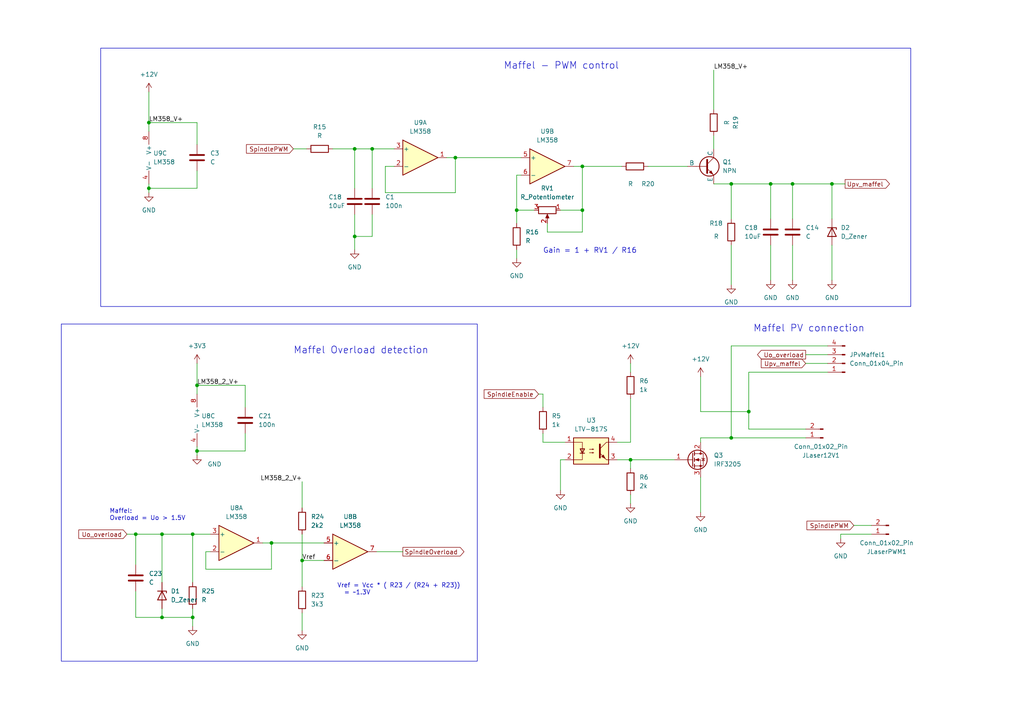
<source format=kicad_sch>
(kicad_sch (version 20230121) (generator eeschema)
  (paper "A4")
  (title_block (title "PWM Motor control"))
  (lib_symbols
    (symbol "Amplifier_Operational:LM358" (pin_names (offset 0.127))
      (property "Reference" "U" (at 0 5.08 0))
      (property "Value" "LM358" (at 0 -5.08 0))
      (symbol "LM358_1_1"
        (polyline (pts (xy -5.08 5.08) (xy 5.08 0) (xy -5.08 -5.08) (xy -5.08 5.08)) (stroke (width 0.254)) (fill (type background)))
        (pin output line (at 7.62 0 180) (length 2.54) (name "~") (number "1"))
        (pin input line (at -7.62 -2.54 0) (length 2.54) (name "-") (number "2"))
        (pin input line (at -7.62 2.54 0) (length 2.54) (name "+") (number "3"))
      )
      (symbol "LM358_2_1"
        (polyline (pts (xy -5.08 5.08) (xy 5.08 0) (xy -5.08 -5.08) (xy -5.08 5.08)) (stroke (width 0.254)) (fill (type background)))
        (pin input line (at -7.62 2.54 0) (length 2.54) (name "+") (number "5"))
        (pin input line (at -7.62 -2.54 0) (length 2.54) (name "-") (number "6"))
        (pin output line (at 7.62 0 180) (length 2.54) (name "~") (number "7"))
      )
      (symbol "LM358_3_1"
        (pin power_in line (at -2.54 -7.62 90) (length 3.81) (name "V-") (number "4"))
        (pin power_in line (at -2.54 7.62 270) (length 3.81) (name "V+") (number "8"))
      )
    )
    (symbol "Connector:Conn_01x02_Pin" (pin_names (offset 1.016) hide)
      (property "Reference" "J" (at 0 2.54 0))
      (property "Value" "Conn_01x02_Pin" (at 0 -5.08 0))
      (symbol "Conn_01x02_Pin_1_1"
        (polyline (pts (xy 1.27 -2.54) (xy 0.8636 -2.54)) (stroke (width 0.1524)))
        (polyline (pts (xy 1.27 0) (xy 0.8636 0)) (stroke (width 0.1524)))
        (rectangle (start 0.8636 -2.413) (end 0 -2.667) (stroke (width 0.1524)) (fill (type outline)))
        (rectangle (start 0.8636 0.127) (end 0 -0.127) (stroke (width 0.1524)) (fill (type outline)))
        (pin passive line (at 5.08 0 180) (length 3.81) (name "Pin_1") (number "1"))
        (pin passive line (at 5.08 -2.54 180) (length 3.81) (name "Pin_2") (number "2"))
      )
    )
    (symbol "Connector:Conn_01x04_Pin" (pin_names (offset 1.016) hide)
      (property "Reference" "J" (at 0 5.08 0))
      (property "Value" "Conn_01x04_Pin" (at 0 -7.62 0))
      (symbol "Conn_01x04_Pin_1_1"
        (polyline (pts (xy 1.27 -5.08) (xy 0.8636 -5.08)) (stroke (width 0.1524)))
        (polyline (pts (xy 1.27 -2.54) (xy 0.8636 -2.54)) (stroke (width 0.1524)))
        (polyline (pts (xy 1.27 0) (xy 0.8636 0)) (stroke (width 0.1524)))
        (polyline (pts (xy 1.27 2.54) (xy 0.8636 2.54)) (stroke (width 0.1524)))
        (rectangle (start 0.8636 -4.953) (end 0 -5.207) (stroke (width 0.1524)) (fill (type outline)))
        (rectangle (start 0.8636 -2.413) (end 0 -2.667) (stroke (width 0.1524)) (fill (type outline)))
        (rectangle (start 0.8636 0.127) (end 0 -0.127) (stroke (width 0.1524)) (fill (type outline)))
        (rectangle (start 0.8636 2.667) (end 0 2.413) (stroke (width 0.1524)) (fill (type outline)))
        (pin passive line (at 5.08 2.54 180) (length 3.81) (name "Pin_1") (number "1"))
        (pin passive line (at 5.08 0 180) (length 3.81) (name "Pin_2") (number "2"))
        (pin passive line (at 5.08 -2.54 180) (length 3.81) (name "Pin_3") (number "3"))
        (pin passive line (at 5.08 -5.08 180) (length 3.81) (name "Pin_4") (number "4"))
      )
    )
    (symbol "Device:C" (pin_numbers hide) (pin_names (offset 0.254))
      (property "Reference" "C" (at 0.635 2.54 0))
      (property "Value" "C" (at 0.635 -2.54 0))
      (symbol "C_0_1"
        (polyline (pts (xy -2.032 -0.762) (xy 2.032 -0.762)) (stroke (width 0.508)))
        (polyline (pts (xy -2.032 0.762) (xy 2.032 0.762)) (stroke (width 0.508)))
      )
      (symbol "C_1_1"
        (pin passive line (at 0 3.81 270) (length 2.794) (name "~") (number "1"))
        (pin passive line (at 0 -3.81 90) (length 2.794) (name "~") (number "2"))
      )
    )
    (symbol "Device:D_Zener" (pin_numbers hide) (pin_names (offset 1.016) hide)
      (property "Reference" "D" (at 0 2.54 0))
      (property "Value" "D_Zener" (at 0 -2.54 0))
      (symbol "D_Zener_0_1"
        (polyline (pts (xy 1.27 0) (xy -1.27 0)))
        (polyline (pts (xy -1.27 -1.27) (xy -1.27 1.27) (xy -0.762 1.27)) (stroke (width 0.254)))
        (polyline (pts (xy 1.27 -1.27) (xy 1.27 1.27) (xy -1.27 0) (xy 1.27 -1.27)) (stroke (width 0.254)))
      )
      (symbol "D_Zener_1_1"
        (pin passive line (at -3.81 0 0) (length 2.54) (name "K") (number "1"))
        (pin passive line (at 3.81 0 180) (length 2.54) (name "A") (number "2"))
      )
    )
    (symbol "Device:R" (pin_numbers hide) (pin_names (offset 0))
      (property "Reference" "R" (at 2.032 0 90))
      (property "Value" "R" (at 0 0 90))
      (symbol "R_0_1"
        (rectangle (start -1.016 -2.54) (end 1.016 2.54) (stroke (width 0.254)))
      )
      (symbol "R_1_1"
        (pin passive line (at 0 3.81 270) (length 1.27) (name "~") (number "1"))
        (pin passive line (at 0 -3.81 90) (length 1.27) (name "~") (number "2"))
      )
    )
    (symbol "Device:R_Potentiometer" (pin_names (offset 1.016) hide)
      (property "Reference" "RV" (at -4.445 0 90))
      (property "Value" "R_Potentiometer" (at -2.54 0 90))
      (symbol "R_Potentiometer_0_1"
        (polyline (pts (xy 2.54 0) (xy 1.524 0)))
        (polyline (pts (xy 1.143 0) (xy 2.286 0.508) (xy 2.286 -0.508) (xy 1.143 0)) (fill (type outline)))
        (rectangle (start 1.016 2.54) (end -1.016 -2.54) (stroke (width 0.254)))
      )
      (symbol "R_Potentiometer_1_1"
        (pin passive line (at 0 3.81 270) (length 1.27) (name "1") (number "1"))
        (pin passive line (at 3.81 0 180) (length 1.27) (name "2") (number "2"))
        (pin passive line (at 0 -3.81 90) (length 1.27) (name "3") (number "3"))
      )
    )
    (symbol "Isolator:LTV-817S" (pin_names (offset 1.016))
      (property "Reference" "U" (at -3.81 5.08 0))
      (property "Value" "LTV-817S" (at 0 -5.08 0))
      (symbol "LTV-817S_1_1"
        (rectangle (start -5.08 3.81) (end 5.08 -3.81) (stroke (width 0.254)) (fill (type background)))
        (polyline (pts (xy -3.175 -0.635) (xy -1.905 -0.635)) (stroke (width 0.254)))
        (polyline (pts (xy 2.54 0.635) (xy 4.445 2.54)))
        (polyline (pts (xy 4.445 -2.54) (xy 2.54 -0.635)) (fill (type outline)))
        (polyline (pts (xy 4.445 -2.54) (xy 5.08 -2.54)))
        (polyline (pts (xy 4.445 2.54) (xy 5.08 2.54)))
        (polyline (pts (xy -5.08 2.54) (xy -2.54 2.54) (xy -2.54 -0.762)))
        (polyline (pts (xy -2.54 -0.635) (xy -2.54 -2.54) (xy -5.08 -2.54)))
        (polyline (pts (xy 2.54 1.905) (xy 2.54 -1.905) (xy 2.54 -1.905)) (stroke (width 0.508)))
        (polyline (pts (xy -2.54 -0.635) (xy -3.175 0.635) (xy -1.905 0.635) (xy -2.54 -0.635)) (stroke (width 0.254)))
        (polyline (pts (xy -0.508 -0.508) (xy 0.762 -0.508) (xy 0.381 -0.635) (xy 0.381 -0.381) (xy 0.762 -0.508)))
        (polyline (pts (xy -0.508 0.508) (xy 0.762 0.508) (xy 0.381 0.381) (xy 0.381 0.635) (xy 0.762 0.508)))
        (polyline (pts (xy 3.048 -1.651) (xy 3.556 -1.143) (xy 4.064 -2.159) (xy 3.048 -1.651) (xy 3.048 -1.651)) (fill (type outline)))
        (pin passive line (at -7.62 2.54 0) (length 2.54) (name "~") (number "1"))
        (pin passive line (at -7.62 -2.54 0) (length 2.54) (name "~") (number "2"))
        (pin passive line (at 7.62 -2.54 180) (length 2.54) (name "~") (number "3"))
        (pin passive line (at 7.62 2.54 180) (length 2.54) (name "~") (number "4"))
      )
    )
    (symbol "Simulation_SPICE:NPN" (pin_numbers hide) (pin_names (offset 0))
      (property "Reference" "Q" (at -2.54 7.62 0))
      (property "Value" "NPN" (at -2.54 5.08 0))
      (symbol "NPN_0_1"
        (polyline (pts (xy -2.54 0) (xy 0.635 0)) (stroke (width 0.1524)))
        (polyline (pts (xy 0.635 0.635) (xy 2.54 2.54)))
        (polyline (pts (xy 2.794 -1.27) (xy 2.794 -1.27)) (stroke (width 0.1524)))
        (polyline (pts (xy 2.794 -1.27) (xy 2.794 -1.27)) (stroke (width 0.1524)))
        (polyline (pts (xy 0.635 -0.635) (xy 2.54 -2.54) (xy 2.54 -2.54)))
        (polyline (pts (xy 0.635 1.905) (xy 0.635 -1.905) (xy 0.635 -1.905)) (stroke (width 0.508)))
        (polyline (pts (xy 1.27 -1.778) (xy 1.778 -1.27) (xy 2.286 -2.286) (xy 1.27 -1.778) (xy 1.27 -1.778)) (fill (type outline)))
        (circle (center 1.27 0) (radius 2.8194) (stroke (width 0.254)))
      )
      (symbol "NPN_1_1"
        (pin open_collector line (at 2.54 5.08 270) (length 2.54) (name "C") (number "1"))
        (pin input line (at -5.08 0 0) (length 2.54) (name "B") (number "2"))
        (pin open_emitter line (at 2.54 -5.08 90) (length 2.54) (name "E") (number "3"))
      )
    )
    (symbol "Transistor_FET:IRF3205" (pin_names hide)
      (property "Reference" "Q" (at 6.35 1.905 0))
      (property "Value" "IRF3205" (at 6.35 0 0))
      (symbol "IRF3205_0_1"
        (polyline (pts (xy 0.254 0) (xy -2.54 0)))
        (polyline (pts (xy 0.254 1.905) (xy 0.254 -1.905)) (stroke (width 0.254)))
        (polyline (pts (xy 0.762 -1.27) (xy 0.762 -2.286)) (stroke (width 0.254)))
        (polyline (pts (xy 0.762 0.508) (xy 0.762 -0.508)) (stroke (width 0.254)))
        (polyline (pts (xy 0.762 2.286) (xy 0.762 1.27)) (stroke (width 0.254)))
        (polyline (pts (xy 2.54 2.54) (xy 2.54 1.778)))
        (polyline (pts (xy 2.54 -2.54) (xy 2.54 0) (xy 0.762 0)))
        (polyline (pts (xy 0.762 -1.778) (xy 3.302 -1.778) (xy 3.302 1.778) (xy 0.762 1.778)))
        (polyline (pts (xy 1.016 0) (xy 2.032 0.381) (xy 2.032 -0.381) (xy 1.016 0)) (fill (type outline)))
        (polyline (pts (xy 2.794 0.508) (xy 2.921 0.381) (xy 3.683 0.381) (xy 3.81 0.254)))
        (polyline (pts (xy 3.302 0.381) (xy 2.921 -0.254) (xy 3.683 -0.254) (xy 3.302 0.381)))
        (circle (center 1.651 0) (radius 2.794) (stroke (width 0.254)))
        (circle (center 2.54 -1.778) (radius 0.254) (fill (type outline)))
        (circle (center 2.54 1.778) (radius 0.254) (fill (type outline)))
      )
      (symbol "IRF3205_1_1"
        (pin input line (at -5.08 0 0) (length 2.54) (name "G") (number "1"))
        (pin passive line (at 2.54 5.08 270) (length 2.54) (name "D") (number "2"))
        (pin passive line (at 2.54 -5.08 90) (length 2.54) (name "S") (number "3"))
      )
    )
    (symbol "power:+12V" (power) (pin_names (offset 0))
      (property "Value" "+12V" (at 0 3.556 0))
      (symbol "+12V_0_1"
        (polyline (pts (xy -0.762 1.27) (xy 0 2.54)))
        (polyline (pts (xy 0 0) (xy 0 2.54)))
        (polyline (pts (xy 0 2.54) (xy 0.762 1.27)))
      )
      (symbol "+12V_1_1"
        (pin power_in line (at 0 0 90) (length 0) hide (name "+12V") (number "1"))
      )
    )
    (symbol "power:+3V3" (power) (pin_names (offset 0))
      (property "Value" "+3V3" (at 0 3.556 0))
      (symbol "+3V3_0_1"
        (polyline (pts (xy -0.762 1.27) (xy 0 2.54)))
        (polyline (pts (xy 0 0) (xy 0 2.54)))
        (polyline (pts (xy 0 2.54) (xy 0.762 1.27)))
      )
      (symbol "+3V3_1_1"
        (pin power_in line (at 0 0 90) (length 0) hide (name "+3V3") (number "1"))
      )
    )
    (symbol "power:GND" (power) (pin_names (offset 0))
      (property "Value" "GND" (at 0 -3.81 0))
      (symbol "GND_0_1"
        (polyline (pts (xy 0 0) (xy 0 -1.27) (xy 1.27 -1.27) (xy 0 -2.54) (xy -1.27 -1.27) (xy 0 -1.27)))
      )
      (symbol "GND_1_1"
        (pin power_in line (at 0 0 270) (length 0) hide (name "GND") (number "1"))
      )
    )
  )
  (junction (at 78.74 157.48))
  (junction (at 39.37 154.94))
  (junction (at 229.87 53.34))
  (junction (at 107.95 43.18))
  (junction (at 149.86 60.96))
  (junction (at 241.3 53.34))
  (junction (at 57.15 111.76))
  (junction (at 223.52 53.34))
  (junction (at 87.63 162.56))
  (junction (at 102.87 68.58))
  (junction (at 212.09 127))
  (junction (at 168.91 48.26))
  (junction (at 46.99 154.94))
  (junction (at 212.09 53.34))
  (junction (at 43.18 54.61))
  (junction (at 217.17 119.38))
  (junction (at 43.18 35.56))
  (junction (at 132.08 45.72))
  (junction (at 57.15 130.81))
  (junction (at 182.88 133.35))
  (junction (at 46.99 179.07))
  (junction (at 55.88 179.07))
  (junction (at 102.87 43.18))
  (junction (at 168.91 60.96))
  (junction (at 55.88 154.94))
  (wire (pts (xy 223.52 63.5) (xy 223.52 53.34)))
  (wire (pts (xy 182.88 105.41) (xy 182.88 107.95)))
  (wire (pts (xy 55.88 176.53) (xy 55.88 179.07)))
  (wire (pts (xy 57.15 129.54) (xy 57.15 130.81)))
  (wire (pts (xy 149.86 50.8) (xy 149.86 60.96)))
  (wire (pts (xy 217.17 124.46) (xy 233.68 124.46)))
  (wire (pts (xy 203.2 128.27) (xy 203.2 127)))
  (wire (pts (xy 162.56 133.35) (xy 162.56 142.24)))
  (wire (pts (xy 71.12 125.73) (xy 71.12 130.81)))
  (wire (pts (xy 179.07 128.27) (xy 182.88 128.27)))
  (wire (pts (xy 43.18 54.61) (xy 43.18 55.88)))
  (wire (pts (xy 111.76 55.88) (xy 132.08 55.88)))
  (wire (pts (xy 36.83 154.94) (xy 39.37 154.94)))
  (wire (pts (xy 57.15 49.53) (xy 57.15 54.61)))
  (wire (pts (xy 212.09 53.34) (xy 223.52 53.34)))
  (wire (pts (xy 87.63 162.56) (xy 87.63 170.18)))
  (wire (pts (xy 157.48 128.27) (xy 157.48 125.73)))
  (wire (pts (xy 102.87 43.18) (xy 102.87 54.61)))
  (wire (pts (xy 203.2 138.43) (xy 203.2 148.59)))
  (wire (pts (xy 168.91 48.26) (xy 168.91 60.96)))
  (wire (pts (xy 212.09 127) (xy 233.68 127)))
  (wire (pts (xy 87.63 177.8) (xy 87.63 182.88)))
  (wire (pts (xy 247.65 152.4) (xy 252.73 152.4)))
  (wire (pts (xy 217.17 107.95) (xy 217.17 119.38)))
  (wire (pts (xy 107.95 62.23) (xy 107.95 68.58)))
  (wire (pts (xy 212.09 100.33) (xy 212.09 127)))
  (wire (pts (xy 46.99 179.07) (xy 55.88 179.07)))
  (wire (pts (xy 87.63 154.94) (xy 87.63 162.56)))
  (wire (pts (xy 57.15 54.61) (xy 43.18 54.61)))
  (wire (pts (xy 87.63 139.7) (xy 87.63 147.32)))
  (wire (pts (xy 162.56 60.96) (xy 168.91 60.96)))
  (wire (pts (xy 39.37 154.94) (xy 39.37 163.83)))
  (wire (pts (xy 223.52 53.34) (xy 229.87 53.34)))
  (wire (pts (xy 60.96 154.94) (xy 55.88 154.94)))
  (wire (pts (xy 46.99 154.94) (xy 55.88 154.94)))
  (wire (pts (xy 107.95 43.18) (xy 107.95 54.61)))
  (wire (pts (xy 102.87 43.18) (xy 107.95 43.18)))
  (wire (pts (xy 229.87 53.34) (xy 241.3 53.34)))
  (wire (pts (xy 39.37 171.45) (xy 39.37 179.07)))
  (wire (pts (xy 158.75 67.31) (xy 168.91 67.31)))
  (wire (pts (xy 166.37 48.26) (xy 168.91 48.26)))
  (wire (pts (xy 158.75 64.77) (xy 158.75 67.31)))
  (wire (pts (xy 60.96 160.02) (xy 59.69 160.02)))
  (wire (pts (xy 39.37 154.94) (xy 46.99 154.94)))
  (wire (pts (xy 203.2 109.22) (xy 203.2 119.38)))
  (wire (pts (xy 71.12 130.81) (xy 57.15 130.81)))
  (wire (pts (xy 203.2 119.38) (xy 217.17 119.38)))
  (wire (pts (xy 78.74 157.48) (xy 76.2 157.48)))
  (wire (pts (xy 57.15 41.91) (xy 57.15 35.56)))
  (wire (pts (xy 243.84 156.21) (xy 243.84 154.94)))
  (wire (pts (xy 182.88 133.35) (xy 182.88 135.89)))
  (wire (pts (xy 217.17 107.95) (xy 240.03 107.95)))
  (wire (pts (xy 241.3 53.34) (xy 245.11 53.34)))
  (wire (pts (xy 241.3 71.12) (xy 241.3 81.28)))
  (wire (pts (xy 59.69 160.02) (xy 59.69 165.1)))
  (wire (pts (xy 212.09 100.33) (xy 240.03 100.33)))
  (wire (pts (xy 132.08 55.88) (xy 132.08 45.72)))
  (wire (pts (xy 229.87 53.34) (xy 229.87 63.5)))
  (wire (pts (xy 57.15 35.56) (xy 43.18 35.56)))
  (wire (pts (xy 43.18 53.34) (xy 43.18 54.61)))
  (wire (pts (xy 43.18 26.67) (xy 43.18 35.56)))
  (wire (pts (xy 102.87 68.58) (xy 102.87 72.39)))
  (wire (pts (xy 241.3 53.34) (xy 241.3 63.5)))
  (wire (pts (xy 129.54 45.72) (xy 132.08 45.72)))
  (wire (pts (xy 43.18 35.56) (xy 43.18 38.1)))
  (wire (pts (xy 207.01 31.75) (xy 207.01 20.32)))
  (wire (pts (xy 132.08 45.72) (xy 151.13 45.72)))
  (wire (pts (xy 212.09 71.12) (xy 212.09 82.55)))
  (wire (pts (xy 107.95 68.58) (xy 102.87 68.58)))
  (wire (pts (xy 55.88 154.94) (xy 55.88 168.91)))
  (wire (pts (xy 57.15 105.41) (xy 57.15 111.76)))
  (wire (pts (xy 59.69 165.1) (xy 78.74 165.1)))
  (wire (pts (xy 179.07 133.35) (xy 182.88 133.35)))
  (wire (pts (xy 55.88 179.07) (xy 55.88 181.61)))
  (wire (pts (xy 96.52 43.18) (xy 102.87 43.18)))
  (wire (pts (xy 46.99 154.94) (xy 46.99 168.91)))
  (wire (pts (xy 203.2 127) (xy 212.09 127)))
  (wire (pts (xy 71.12 111.76) (xy 57.15 111.76)))
  (wire (pts (xy 78.74 165.1) (xy 78.74 157.48)))
  (wire (pts (xy 57.15 130.81) (xy 57.15 132.08)))
  (wire (pts (xy 102.87 62.23) (xy 102.87 68.58)))
  (wire (pts (xy 163.83 128.27) (xy 157.48 128.27)))
  (wire (pts (xy 223.52 71.12) (xy 223.52 81.28)))
  (wire (pts (xy 149.86 60.96) (xy 154.94 60.96)))
  (wire (pts (xy 182.88 133.35) (xy 195.58 133.35)))
  (wire (pts (xy 168.91 67.31) (xy 168.91 60.96)))
  (wire (pts (xy 207.01 39.37) (xy 207.01 43.18)))
  (wire (pts (xy 46.99 176.53) (xy 46.99 179.07)))
  (wire (pts (xy 109.22 160.02) (xy 116.84 160.02)))
  (wire (pts (xy 217.17 119.38) (xy 217.17 124.46)))
  (wire (pts (xy 212.09 63.5) (xy 212.09 53.34)))
  (wire (pts (xy 111.76 48.26) (xy 111.76 55.88)))
  (wire (pts (xy 85.09 43.18) (xy 88.9 43.18)))
  (wire (pts (xy 182.88 115.57) (xy 182.88 128.27)))
  (wire (pts (xy 114.3 48.26) (xy 111.76 48.26)))
  (wire (pts (xy 57.15 111.76) (xy 57.15 114.3)))
  (wire (pts (xy 149.86 72.39) (xy 149.86 74.93)))
  (wire (pts (xy 163.83 133.35) (xy 162.56 133.35)))
  (wire (pts (xy 87.63 162.56) (xy 93.98 162.56)))
  (wire (pts (xy 107.95 43.18) (xy 114.3 43.18)))
  (wire (pts (xy 243.84 154.94) (xy 252.73 154.94)))
  (wire (pts (xy 229.87 71.12) (xy 229.87 81.28)))
  (wire (pts (xy 39.37 179.07) (xy 46.99 179.07)))
  (wire (pts (xy 233.68 102.87) (xy 240.03 102.87)))
  (wire (pts (xy 78.74 157.48) (xy 93.98 157.48)))
  (wire (pts (xy 149.86 60.96) (xy 149.86 64.77)))
  (wire (pts (xy 151.13 50.8) (xy 149.86 50.8)))
  (wire (pts (xy 182.88 143.51) (xy 182.88 146.05)))
  (wire (pts (xy 71.12 118.11) (xy 71.12 111.76)))
  (wire (pts (xy 233.68 105.41) (xy 240.03 105.41)))
  (wire (pts (xy 157.48 114.3) (xy 156.21 114.3)))
  (wire (pts (xy 187.96 48.26) (xy 199.39 48.26)))
  (wire (pts (xy 157.48 118.11) (xy 157.48 114.3)))
  (wire (pts (xy 168.91 48.26) (xy 180.34 48.26)))
  (wire (pts (xy 212.09 53.34) (xy 207.01 53.34)))
  (rectangle (start 29.21 13.97) (end 264.16 88.9))
  (rectangle (start 17.78 93.98) (end 138.43 191.77))
  (text "Gain = 1 + RV1 / R16" (at 157.48 73.66 0) (effects (font (size 1.5 1.5)) (justify left bottom)))
  (text "Maffel: \nOverload = Uo > 1.5V" (at 31.75 151.13 0) (effects (font (size 1.27 1.27)) (justify left bottom)))
  (text "Maffel PV connection" (at 218.44 96.52 0) (effects (font (size 2 2)) (justify left bottom)))
  (text "Vref = Vcc * ( R23 / (R24 + R23))\n  = ~1.3V" (at 97.79 172.72 0) (effects (font (size 1.27 1.27)) (justify left bottom)))
  (text "Maffel - PWM control" (at 146.05 20.32 0) (effects (font (size 2 2)) (justify left bottom)))
  (text "Maffel Overload detection" (at 85.09 102.87 0) (effects (font (size 2 2)) (justify left bottom)))
  (label "LM358_V+" (at 43.18 35.56 0))
  (label "LM358_2_V+" (at 87.63 139.7 180))
  (label "Vref" (at 87.63 162.56 0))
  (label "LM358_2_V+" (at 57.15 111.76 0))
  (label "LM358_V+" (at 207.01 20.32 0))
  (global_label "Upv_maffel" (shape output) (at 245.11 53.34 0) (property "Intersheetrefs" "${INTERSHEET_REFS}" (effects hide)))
  (global_label "SpindlePWM" (shape input) (at 85.09 43.18 180) (property "Intersheetrefs" "${INTERSHEET_REFS}" (effects hide)))
  (global_label "SpindlePWM" (shape input) (at 247.65 152.4 180) (property "Intersheetrefs" "${INTERSHEET_REFS}" (effects hide)))
  (global_label "Uo_overload" (shape output) (at 233.68 102.87 180) (property "Intersheetrefs" "${INTERSHEET_REFS}" (effects hide)))
  (global_label "SpindleEnable" (shape input) (at 156.21 114.3 180) (property "Intersheetrefs" "${INTERSHEET_REFS}" (effects hide)))
  (global_label "Uo_overload" (shape input) (at 36.83 154.94 180) (property "Intersheetrefs" "${INTERSHEET_REFS}" (effects hide)))
  (global_label "Upv_maffel" (shape input) (at 233.68 105.41 180) (property "Intersheetrefs" "${INTERSHEET_REFS}" (effects hide)))
  (global_label "SpindleOverload" (shape output) (at 116.84 160.02 0) (property "Intersheetrefs" "${INTERSHEET_REFS}" (effects hide)))
  (symbol (lib_id "power:GND") (at 57.15 132.08 0) (unit 1)
    (property "Reference" "#PWR0119" (effects hide))
    (property "Value" "GND" (at 62.23 134.62 0))
  )
  (symbol (lib_id "Device:D_Zener") (at 241.3 67.31 270) (unit 1)
    (property "Reference" "D2" (at 243.84 66.04 90) (effects (justify left)))
    (property "Value" "D_Zener" (at 243.84 68.58 90) (effects (justify left)))
    (property "Footprint" "Diode_SMD:Nexperia_CFP3_SOD-123W" (effects hide))
  )
  (symbol (lib_id "Device:R") (at 55.88 172.72 180) (unit 1)
    (property "Reference" "R25" (at 58.42 171.45 0) (effects (justify right)))
    (property "Value" "R" (at 58.42 173.99 0) (effects (justify right)))
    (property "Footprint" "Resistor_SMD:R_0603_1608Metric_Pad0.98x0.95mm_HandSolder" (effects hide))
  )
  (symbol (lib_id "Device:R") (at 182.88 139.7 0) (unit 1)
    (property "Reference" "R6" (at 185.42 138.43 0) (effects (justify left)))
    (property "Value" "2k" (at 185.42 140.97 0) (effects (justify left)))
    (property "Footprint" "Resistor_SMD:R_0603_1608Metric_Pad0.98x0.95mm_HandSolder" (effects hide))
    (instances (project "stm_bob" (path "" (reference "R6") (unit 1)) (path "" (reference "R22") (unit 1))))
  )
  (symbol (lib_id "Device:R") (at 87.63 173.99 180) (unit 1)
    (property "Reference" "R23" (at 90.17 172.72 0) (effects (justify right)))
    (property "Value" "3k3" (at 90.17 175.26 0) (effects (justify right)))
    (property "Footprint" "Resistor_SMD:R_0603_1608Metric_Pad0.98x0.95mm_HandSolder" (effects hide))
  )
  (symbol (lib_id "Device:C") (at 107.95 58.42 0) (unit 1)
    (property "Reference" "C1" (at 111.76 57.15 0) (effects (justify left)))
    (property "Value" "100n" (at 111.76 59.69 0) (effects (justify left)))
    (property "Footprint" "Capacitor_SMD:C_0603_1608Metric_Pad1.08x0.95mm_HandSolder" (effects hide))
  )
  (symbol (lib_id "Device:C") (at 229.87 67.31 0) (unit 1)
    (property "Reference" "C14" (at 233.68 66.04 0) (effects (justify left)))
    (property "Value" "C" (at 233.68 68.58 0) (effects (justify left)))
    (property "Footprint" "Capacitor_SMD:C_0603_1608Metric_Pad1.08x0.95mm_HandSolder" (effects hide))
  )
  (symbol (lib_id "power:GND") (at 162.56 142.24 0) (unit 1)
    (property "Reference" "#PWR048" (effects hide))
    (property "Value" "GND" (at 162.56 147.32 0))
    (instances (project "stm_bob" (path "" (reference "#PWR048") (unit 1)) (path "" (reference "#PWR0103") (unit 1))))
  )
  (symbol (lib_id "power:GND") (at 212.09 82.55 0) (unit 1)
    (property "Reference" "#PWR080" (effects hide))
    (property "Value" "GND" (at 212.09 87.63 0))
  )
  (symbol (lib_id "power:+12V") (at 43.18 26.67 0) (unit 1)
    (property "Reference" "#PWR079" (effects hide))
    (property "Value" "+12V" (at 43.18 21.59 0))
  )
  (symbol (lib_id "Isolator:LTV-817S") (at 171.45 130.81 0) (unit 1)
    (property "Reference" "U3" (at 171.45 121.92 0))
    (property "Value" "LTV-817S" (at 171.45 124.46 0))
    (property "Footprint" "Package_DIP:SMDIP-4_W9.53mm" (effects hide))
    (property "Datasheet" "http://www.us.liteon.com/downloads/LTV-817-827-847.PDF" (effects hide))
    (instances (project "stm_bob" (path "" (reference "U3") (unit 1)) (path "" (reference "U10") (unit 1))))
  )
  (symbol (lib_id "power:+12V") (at 203.2 109.22 0) (unit 1)
    (property "Reference" "#PWR081" (effects hide))
    (property "Value" "+12V" (at 203.2 104.14 0))
  )
  (symbol (lib_id "Device:R") (at 212.09 67.31 180) (unit 1)
    (property "Reference" "R18" (at 205.74 64.77 0) (effects (justify right)))
    (property "Value" "R" (at 207.01 68.58 0) (effects (justify right)))
    (property "Footprint" "Resistor_SMD:R_0603_1608Metric_Pad0.98x0.95mm_HandSolder" (effects hide))
  )
  (symbol (lib_id "Device:C") (at 223.52 67.31 0) (unit 1)
    (property "Reference" "C18" (at 215.9 66.04 0) (effects (justify left)))
    (property "Value" "10uF" (at 215.9 68.58 0) (effects (justify left)))
    (property "Footprint" "Inductor_SMD:L_1210_3225Metric_Pad1.42x2.65mm_HandSolder" (effects hide))
    (instances (project "stm_bob" (path "" (reference "C18") (unit 1)) (path "" (reference "C24") (unit 1))))
  )
  (symbol (lib_id "power:GND") (at 43.18 55.88 0) (unit 1)
    (property "Reference" "#PWR078" (effects hide))
    (property "Value" "GND" (at 43.18 60.96 0))
  )
  (symbol (lib_id "power:GND") (at 55.88 181.61 0) (unit 1)
    (property "Reference" "#PWR048" (effects hide))
    (property "Value" "GND" (at 55.88 186.69 0))
    (instances (project "stm_bob" (path "" (reference "#PWR048") (unit 1)) (path "" (reference "#PWR0121") (unit 1))))
  )
  (symbol (lib_id "Device:C") (at 39.37 167.64 0) (unit 1)
    (property "Reference" "C23" (at 43.18 166.37 0) (effects (justify left)))
    (property "Value" "C" (at 43.18 168.91 0) (effects (justify left)))
    (property "Footprint" "Capacitor_SMD:C_0603_1608Metric_Pad1.08x0.95mm_HandSolder" (effects hide))
  )
  (symbol (lib_id "Amplifier_Operational:LM358") (at 158.75 48.26 0) (unit 2)
    (property "Reference" "U9" (at 158.75 38.1 0))
    (property "Value" "LM358" (at 158.75 40.64 0))
    (property "Footprint" "Package_SO:SOIC-8_3.9x4.9mm_P1.27mm" (effects hide))
    (property "Datasheet" "http://www.ti.com/lit/ds/symlink/lm2904-n.pdf" (effects hide))
  )
  (symbol (lib_id "power:GND") (at 87.63 182.88 0) (unit 1)
    (property "Reference" "#PWR048" (effects hide))
    (property "Value" "GND" (at 87.63 187.96 0))
    (instances (project "stm_bob" (path "" (reference "#PWR048") (unit 1)) (path "" (reference "#PWR0120") (unit 1))))
  )
  (symbol (lib_id "Amplifier_Operational:LM358") (at 59.69 121.92 0) (unit 3)
    (property "Reference" "U8" (at 58.42 120.65 0) (effects (justify left)))
    (property "Value" "LM358" (at 58.42 123.19 0) (effects (justify left)))
    (property "Footprint" "Package_SO:SOIC-8_3.9x4.9mm_P1.27mm" (effects hide))
    (property "Datasheet" "http://www.ti.com/lit/ds/symlink/lm2904-n.pdf" (effects hide))
  )
  (symbol (lib_id "Device:D_Zener") (at 46.99 172.72 270) (unit 1)
    (property "Reference" "D1" (at 49.53 171.45 90) (effects (justify left)))
    (property "Value" "D_Zener" (at 49.53 173.99 90) (effects (justify left)))
    (property "Footprint" "Diode_SMD:D_SOD-323_HandSoldering" (effects hide))
  )
  (symbol (lib_id "power:GND") (at 229.87 81.28 0) (unit 1)
    (property "Reference" "#PWR0101" (effects hide))
    (property "Value" "GND" (at 229.87 86.36 0))
  )
  (symbol (lib_id "power:+12V") (at 182.88 105.41 0) (unit 1)
    (property "Reference" "#PWR082" (effects hide))
    (property "Value" "+12V" (at 182.88 100.33 0))
  )
  (symbol (lib_id "Amplifier_Operational:LM358") (at 45.72 45.72 0) (unit 3)
    (property "Reference" "U9" (at 44.45 44.45 0) (effects (justify left)))
    (property "Value" "LM358" (at 44.45 46.99 0) (effects (justify left)))
    (property "Footprint" "Package_SO:SOIC-8_3.9x4.9mm_P1.27mm" (effects hide))
    (property "Datasheet" "http://www.ti.com/lit/ds/symlink/lm2904-n.pdf" (effects hide))
  )
  (symbol (lib_id "power:+3V3") (at 57.15 105.41 0) (unit 1)
    (property "Reference" "#PWR0118" (effects hide))
    (property "Value" "+3V3" (at 57.15 100.33 0))
  )
  (symbol (lib_id "Device:R_Potentiometer") (at 158.75 60.96 270) (unit 1)
    (property "Reference" "RV1" (at 158.75 54.61 90))
    (property "Value" "R_Potentiometer" (at 158.75 57.15 90))
    (property "Footprint" "spindle_poti_3296W_1_332LF:TRIM_3296W-1-332LF" (effects hide))
  )
  (symbol (lib_id "Device:R") (at 207.01 35.56 180) (unit 1)
    (property "Reference" "R19" (at 213.36 35.56 90))
    (property "Value" "R" (at 210.82 35.56 90))
    (property "Footprint" "Resistor_SMD:R_0603_1608Metric_Pad0.98x0.95mm_HandSolder" (effects hide))
  )
  (symbol (lib_id "power:GND") (at 243.84 156.21 0) (unit 1)
    (property "Reference" "#PWR048" (effects hide))
    (property "Value" "GND" (at 243.84 161.29 0))
    (instances (project "stm_bob" (path "" (reference "#PWR048") (unit 1)) (path "" (reference "#PWR0138") (unit 1))))
  )
  (symbol (lib_id "Simulation_SPICE:NPN") (at 204.47 48.26 0) (unit 1)
    (property "Reference" "Q1" (at 209.55 46.99 0) (effects (justify left)))
    (property "Value" "NPN" (at 209.55 49.53 0) (effects (justify left)))
    (property "Footprint" "Package_TO_SOT_SMD:TSOT-23_HandSoldering" (effects hide))
    (property "Sim.Device" "NPN" (effects hide))
    (property "Sim.Type" "GUMMELPOON" (effects hide))
    (property "Sim.Pins" "1=C 2=B 3=E" (effects hide))
  )
  (symbol (lib_id "Amplifier_Operational:LM358") (at 121.92 45.72 0) (unit 1)
    (property "Reference" "U9" (at 121.92 35.56 0))
    (property "Value" "LM358" (at 121.92 38.1 0))
    (property "Footprint" "Package_SO:SOIC-8_3.9x4.9mm_P1.27mm" (effects hide))
    (property "Datasheet" "http://www.ti.com/lit/ds/symlink/lm2904-n.pdf" (effects hide))
  )
  (symbol (lib_id "Device:R") (at 87.63 151.13 180) (unit 1)
    (property "Reference" "R24" (at 90.17 149.86 0) (effects (justify right)))
    (property "Value" "2k2" (at 90.17 152.4 0) (effects (justify right)))
    (property "Footprint" "Resistor_SMD:R_0603_1608Metric_Pad0.98x0.95mm_HandSolder" (effects hide))
  )
  (symbol (lib_id "power:GND") (at 102.87 72.39 0) (unit 1)
    (property "Reference" "#PWR076" (effects hide))
    (property "Value" "GND" (at 102.87 77.47 0))
  )
  (symbol (lib_id "Device:C") (at 102.87 58.42 0) (unit 1)
    (property "Reference" "C18" (at 95.25 57.15 0) (effects (justify left)))
    (property "Value" "10uF" (at 95.25 59.69 0) (effects (justify left)))
    (property "Footprint" "Inductor_SMD:L_1210_3225Metric_Pad1.42x2.65mm_HandSolder" (effects hide))
    (instances (project "stm_bob" (path "" (reference "C18") (unit 1)) (path "" (reference "C22") (unit 1))))
  )
  (symbol (lib_id "power:GND") (at 223.52 81.28 0) (unit 1)
    (property "Reference" "#PWR012" (effects hide))
    (property "Value" "GND" (at 223.52 86.36 0))
  )
  (symbol (lib_id "Device:R") (at 184.15 48.26 270) (unit 1)
    (property "Reference" "R20" (at 187.96 53.34 90))
    (property "Value" "R" (at 182.88 53.34 90))
    (property "Footprint" "Resistor_SMD:R_0603_1608Metric_Pad0.98x0.95mm_HandSolder" (effects hide))
  )
  (symbol (lib_id "Device:R") (at 92.71 43.18 90) (unit 1)
    (property "Reference" "R15" (at 92.71 36.83 90))
    (property "Value" "R" (at 92.71 39.37 90))
    (property "Footprint" "Resistor_SMD:R_0603_1608Metric_Pad0.98x0.95mm_HandSolder" (effects hide))
  )
  (symbol (lib_id "Device:C") (at 57.15 45.72 0) (unit 1)
    (property "Reference" "C3" (at 60.96 44.45 0) (effects (justify left)))
    (property "Value" "C" (at 60.96 46.99 0) (effects (justify left)))
    (property "Footprint" "Capacitor_SMD:C_0603_1608Metric_Pad1.08x0.95mm_HandSolder" (effects hide))
  )
  (symbol (lib_id "power:GND") (at 203.2 148.59 0) (unit 1)
    (property "Reference" "#PWR048" (effects hide))
    (property "Value" "GND" (at 203.2 153.67 0))
    (instances (project "stm_bob" (path "" (reference "#PWR048") (unit 1)) (path "" (reference "#PWR0140") (unit 1))))
  )
  (symbol (lib_id "power:GND") (at 149.86 74.93 0) (unit 1)
    (property "Reference" "#PWR077" (effects hide))
    (property "Value" "GND" (at 149.86 80.01 0))
  )
  (symbol (lib_id "power:GND") (at 241.3 81.28 0) (unit 1)
    (property "Reference" "#PWR0102" (effects hide))
    (property "Value" "GND" (at 241.3 86.36 0))
  )
  (symbol (lib_id "Device:R") (at 149.86 68.58 180) (unit 1)
    (property "Reference" "R16" (at 152.4 67.31 0) (effects (justify right)))
    (property "Value" "R" (at 152.4 69.85 0) (effects (justify right)))
    (property "Footprint" "Resistor_SMD:R_0603_1608Metric_Pad0.98x0.95mm_HandSolder" (effects hide))
  )
  (symbol (lib_id "Device:C") (at 71.12 121.92 0) (unit 1)
    (property "Reference" "C21" (at 74.93 120.65 0) (effects (justify left)))
    (property "Value" "100n" (at 74.93 123.19 0) (effects (justify left)))
    (property "Footprint" "Capacitor_SMD:C_0603_1608Metric_Pad1.08x0.95mm_HandSolder" (effects hide))
  )
  (symbol (lib_id "Connector:Conn_01x04_Pin") (at 245.11 105.41 180) (unit 1)
    (property "Reference" "JPvMaffel1" (at 246.38 102.87 0) (effects (justify right)))
    (property "Value" "Conn_01x04_Pin" (at 246.38 105.41 0) (effects (justify right)))
    (property "Footprint" "Connector_PinHeader_2.54mm:PinHeader_1x04_P2.54mm_Vertical" (effects hide))
  )
  (symbol (lib_id "Device:R") (at 182.88 111.76 0) (unit 1)
    (property "Reference" "R6" (at 185.42 110.49 0) (effects (justify left)))
    (property "Value" "1k" (at 185.42 113.03 0) (effects (justify left)))
    (property "Footprint" "Resistor_SMD:R_0603_1608Metric_Pad0.98x0.95mm_HandSolder" (effects hide))
    (instances (project "stm_bob" (path "" (reference "R6") (unit 1)) (path "" (reference "R35") (unit 1))))
  )
  (symbol (lib_id "Amplifier_Operational:LM358") (at 68.58 157.48 0) (unit 1)
    (property "Reference" "U8" (at 68.58 147.32 0))
    (property "Value" "LM358" (at 68.58 149.86 0))
    (property "Footprint" "Package_SO:SOIC-8_3.9x4.9mm_P1.27mm" (effects hide))
    (property "Datasheet" "http://www.ti.com/lit/ds/symlink/lm2904-n.pdf" (effects hide))
  )
  (symbol (lib_id "Connector:Conn_01x02_Pin") (at 257.81 154.94 180) (unit 1)
    (property "Reference" "JLaserPWM1" (at 257.175 160.02 0))
    (property "Value" "Conn_01x02_Pin" (at 257.175 157.48 0))
    (property "Footprint" "Connector_PinHeader_2.54mm:PinHeader_1x02_P2.54mm_Vertical" (effects hide))
  )
  (symbol (lib_id "Amplifier_Operational:LM358") (at 101.6 160.02 0) (unit 2)
    (property "Reference" "U8" (at 101.6 149.86 0))
    (property "Value" "LM358" (at 101.6 152.4 0))
    (property "Footprint" "Package_SO:SOIC-8_3.9x4.9mm_P1.27mm" (effects hide))
    (property "Datasheet" "http://www.ti.com/lit/ds/symlink/lm2904-n.pdf" (effects hide))
  )
  (symbol (lib_id "power:GND") (at 182.88 146.05 0) (unit 1)
    (property "Reference" "#PWR048" (effects hide))
    (property "Value" "GND" (at 182.88 151.13 0))
    (instances (project "stm_bob" (path "" (reference "#PWR048") (unit 1)) (path "" (reference "#PWR0106") (unit 1))))
  )
  (symbol (lib_id "Connector:Conn_01x02_Pin") (at 238.76 127 180) (unit 1)
    (property "Reference" "JLaser12V1" (at 238.125 132.08 0))
    (property "Value" "Conn_01x02_Pin" (at 238.125 129.54 0))
    (property "Footprint" "Connector_PinHeader_2.54mm:PinHeader_1x02_P2.54mm_Vertical" (effects hide))
  )
  (symbol (lib_id "Device:R") (at 157.48 121.92 0) (unit 1)
    (property "Reference" "R5" (at 160.02 120.65 0) (effects (justify left)))
    (property "Value" "1k" (at 160.02 123.19 0) (effects (justify left)))
    (property "Footprint" "Resistor_SMD:R_0603_1608Metric_Pad0.98x0.95mm_HandSolder" (effects hide))
    (instances (project "stm_bob" (path "" (reference "R5") (unit 1)) (path "" (reference "R21") (unit 1))))
  )
  (symbol (lib_id "Transistor_FET:IRF3205") (at 200.66 133.35 0) (unit 1)
    (property "Reference" "Q3" (at 207.01 132.08 0) (effects (justify left)))
    (property "Value" "IRF3205" (at 207.01 134.62 0) (effects (justify left)))
    (property "Footprint" "Package_TO_SOT_THT:TO-220-3_Vertical" (effects hide))
    (property "Datasheet" "http://www.irf.com/product-info/datasheets/data/irf3205.pdf" (effects hide))
  )
)
</source>
